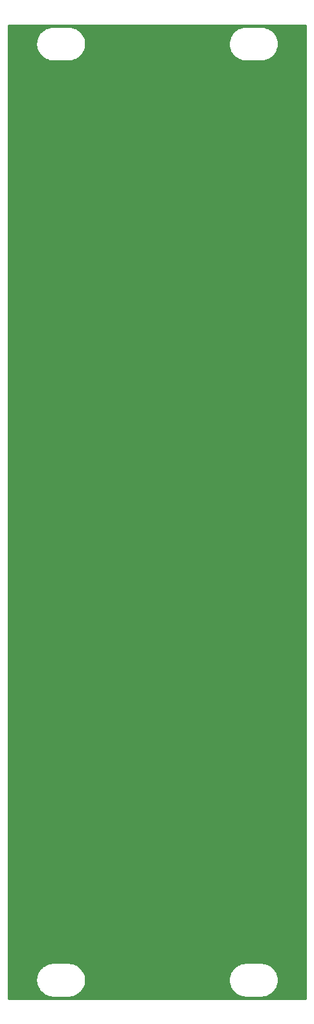
<source format=gbr>
G04 #@! TF.GenerationSoftware,KiCad,Pcbnew,(5.1.5-0)*
G04 #@! TF.CreationDate,2021-01-08T11:54:28-08:00*
G04 #@! TF.ProjectId,dividebyn,64697669-6465-4627-996e-2e6b69636164,rev?*
G04 #@! TF.SameCoordinates,Original*
G04 #@! TF.FileFunction,Copper,L1,Top*
G04 #@! TF.FilePolarity,Positive*
%FSLAX46Y46*%
G04 Gerber Fmt 4.6, Leading zero omitted, Abs format (unit mm)*
G04 Created by KiCad (PCBNEW (5.1.5-0)) date 2021-01-08 11:54:28*
%MOMM*%
%LPD*%
G04 APERTURE LIST*
%ADD10C,3.100000*%
%ADD11C,6.100000*%
%ADD12C,0.254000*%
G04 APERTURE END LIST*
D10*
X20300000Y-129750000D03*
X20300000Y-117750000D03*
X20300000Y-141750000D03*
X20300000Y-153750000D03*
X20300000Y-165750000D03*
X20300000Y-177750000D03*
X20300000Y-189750000D03*
X20300000Y-201750000D03*
X20300000Y-213500000D03*
D11*
X28300000Y-113750000D03*
X12300000Y-113750000D03*
X12300000Y-125750000D03*
X12300000Y-137750000D03*
X12300000Y-149750000D03*
X28300000Y-149750000D03*
X28300000Y-137750000D03*
X28300000Y-125750000D03*
X28300000Y-161750000D03*
X12300000Y-161750000D03*
X12300000Y-173750000D03*
X28300000Y-173750000D03*
X28300000Y-185750000D03*
X12300000Y-185750000D03*
X12300000Y-197500000D03*
X28300000Y-197500000D03*
X12300000Y-209500000D03*
X28300000Y-209500000D03*
D12*
G36*
X39540001Y-227840000D02*
G01*
X660000Y-227840000D01*
X660000Y-225351353D01*
X4242755Y-225351353D01*
X4243173Y-225411171D01*
X4242755Y-225470988D01*
X4243655Y-225480160D01*
X4276296Y-225790715D01*
X4288320Y-225849291D01*
X4299532Y-225908070D01*
X4302196Y-225916892D01*
X4394535Y-226215192D01*
X4417715Y-226270335D01*
X4440124Y-226325800D01*
X4444451Y-226333937D01*
X4592972Y-226608621D01*
X4626417Y-226658205D01*
X4659177Y-226708268D01*
X4665001Y-226715409D01*
X4864047Y-226956013D01*
X4906482Y-226998154D01*
X4948346Y-227040903D01*
X4955446Y-227046777D01*
X5197435Y-227244138D01*
X5247259Y-227277241D01*
X5296615Y-227311036D01*
X5304721Y-227315419D01*
X5580435Y-227462019D01*
X5635704Y-227484799D01*
X5690724Y-227508381D01*
X5699527Y-227511105D01*
X5998465Y-227601359D01*
X6057138Y-227612976D01*
X6115655Y-227625415D01*
X6124820Y-227626378D01*
X6435594Y-227656850D01*
X6435598Y-227656850D01*
X6467581Y-227660000D01*
X8532419Y-227660000D01*
X8565986Y-227656694D01*
X8586744Y-227656694D01*
X8595909Y-227655731D01*
X8906228Y-227620923D01*
X8964731Y-227608487D01*
X9023419Y-227596867D01*
X9032222Y-227594142D01*
X9329870Y-227499723D01*
X9384792Y-227476183D01*
X9440159Y-227453363D01*
X9448265Y-227448979D01*
X9721904Y-227298544D01*
X9771217Y-227264779D01*
X9821088Y-227231645D01*
X9828188Y-227225770D01*
X10067397Y-227025049D01*
X10109241Y-226982320D01*
X10151694Y-226940162D01*
X10157519Y-226933020D01*
X10353185Y-226689660D01*
X10385938Y-226639608D01*
X10419391Y-226590013D01*
X10423714Y-226581881D01*
X10423717Y-226581877D01*
X10423719Y-226581873D01*
X10568388Y-226305146D01*
X10590785Y-226249711D01*
X10613978Y-226194539D01*
X10616641Y-226185717D01*
X10704807Y-225886156D01*
X10716007Y-225827440D01*
X10728045Y-225768798D01*
X10728944Y-225759627D01*
X10757245Y-225448647D01*
X10756827Y-225388829D01*
X10757088Y-225351353D01*
X29442755Y-225351353D01*
X29443173Y-225411171D01*
X29442755Y-225470988D01*
X29443655Y-225480160D01*
X29476296Y-225790715D01*
X29488320Y-225849291D01*
X29499532Y-225908070D01*
X29502196Y-225916892D01*
X29594535Y-226215192D01*
X29617715Y-226270335D01*
X29640124Y-226325800D01*
X29644451Y-226333937D01*
X29792972Y-226608621D01*
X29826417Y-226658205D01*
X29859177Y-226708268D01*
X29865001Y-226715409D01*
X30064047Y-226956013D01*
X30106482Y-226998154D01*
X30148346Y-227040903D01*
X30155446Y-227046777D01*
X30397435Y-227244138D01*
X30447259Y-227277241D01*
X30496615Y-227311036D01*
X30504721Y-227315419D01*
X30780435Y-227462019D01*
X30835704Y-227484799D01*
X30890724Y-227508381D01*
X30899527Y-227511105D01*
X31198465Y-227601359D01*
X31257138Y-227612976D01*
X31315655Y-227625415D01*
X31324820Y-227626378D01*
X31635594Y-227656850D01*
X31635598Y-227656850D01*
X31667581Y-227660000D01*
X33732419Y-227660000D01*
X33765986Y-227656694D01*
X33786744Y-227656694D01*
X33795909Y-227655731D01*
X34106228Y-227620923D01*
X34164731Y-227608487D01*
X34223419Y-227596867D01*
X34232222Y-227594142D01*
X34529870Y-227499723D01*
X34584792Y-227476183D01*
X34640159Y-227453363D01*
X34648265Y-227448979D01*
X34921904Y-227298544D01*
X34971217Y-227264779D01*
X35021088Y-227231645D01*
X35028188Y-227225770D01*
X35267397Y-227025049D01*
X35309241Y-226982320D01*
X35351694Y-226940162D01*
X35357519Y-226933020D01*
X35553185Y-226689660D01*
X35585938Y-226639608D01*
X35619391Y-226590013D01*
X35623714Y-226581881D01*
X35623717Y-226581877D01*
X35623719Y-226581873D01*
X35768388Y-226305146D01*
X35790785Y-226249711D01*
X35813978Y-226194539D01*
X35816641Y-226185717D01*
X35904807Y-225886156D01*
X35916007Y-225827440D01*
X35928045Y-225768798D01*
X35928944Y-225759627D01*
X35957245Y-225448647D01*
X35956827Y-225388829D01*
X35957245Y-225329012D01*
X35956345Y-225319841D01*
X35923704Y-225009285D01*
X35911680Y-224950709D01*
X35900468Y-224891930D01*
X35897804Y-224883108D01*
X35805465Y-224584808D01*
X35782280Y-224529653D01*
X35759876Y-224474200D01*
X35755549Y-224466064D01*
X35755549Y-224466063D01*
X35755546Y-224466059D01*
X35607028Y-224191379D01*
X35573583Y-224141795D01*
X35540823Y-224091732D01*
X35534999Y-224084591D01*
X35335954Y-223843987D01*
X35293535Y-223801863D01*
X35251655Y-223759097D01*
X35244554Y-223753223D01*
X35002565Y-223555862D01*
X34952741Y-223522759D01*
X34903385Y-223488964D01*
X34895279Y-223484581D01*
X34619566Y-223337981D01*
X34564269Y-223315189D01*
X34509275Y-223291619D01*
X34500472Y-223288895D01*
X34201535Y-223198641D01*
X34142862Y-223187024D01*
X34084345Y-223174585D01*
X34075180Y-223173622D01*
X33764405Y-223143150D01*
X33764402Y-223143150D01*
X33732419Y-223140000D01*
X31667581Y-223140000D01*
X31634014Y-223143306D01*
X31613256Y-223143306D01*
X31604091Y-223144269D01*
X31293771Y-223179077D01*
X31235298Y-223191506D01*
X31176581Y-223203132D01*
X31167778Y-223205858D01*
X30870130Y-223300277D01*
X30815147Y-223323843D01*
X30759841Y-223346638D01*
X30751735Y-223351021D01*
X30478095Y-223501456D01*
X30428748Y-223535245D01*
X30378913Y-223568355D01*
X30371812Y-223574229D01*
X30132603Y-223774951D01*
X30090759Y-223817681D01*
X30048305Y-223859839D01*
X30042481Y-223866980D01*
X29846814Y-224110340D01*
X29814055Y-224160400D01*
X29780609Y-224209986D01*
X29776283Y-224218123D01*
X29631612Y-224494854D01*
X29609215Y-224550289D01*
X29586022Y-224605461D01*
X29583359Y-224614283D01*
X29495193Y-224913844D01*
X29483993Y-224972560D01*
X29471955Y-225031202D01*
X29471056Y-225040373D01*
X29442755Y-225351353D01*
X10757088Y-225351353D01*
X10757245Y-225329012D01*
X10756345Y-225319841D01*
X10723704Y-225009285D01*
X10711680Y-224950709D01*
X10700468Y-224891930D01*
X10697804Y-224883108D01*
X10605465Y-224584808D01*
X10582280Y-224529653D01*
X10559876Y-224474200D01*
X10555549Y-224466064D01*
X10555549Y-224466063D01*
X10555546Y-224466059D01*
X10407028Y-224191379D01*
X10373583Y-224141795D01*
X10340823Y-224091732D01*
X10334999Y-224084591D01*
X10135954Y-223843987D01*
X10093535Y-223801863D01*
X10051655Y-223759097D01*
X10044554Y-223753223D01*
X9802565Y-223555862D01*
X9752741Y-223522759D01*
X9703385Y-223488964D01*
X9695279Y-223484581D01*
X9419566Y-223337981D01*
X9364269Y-223315189D01*
X9309275Y-223291619D01*
X9300472Y-223288895D01*
X9001535Y-223198641D01*
X8942862Y-223187024D01*
X8884345Y-223174585D01*
X8875180Y-223173622D01*
X8564405Y-223143150D01*
X8564402Y-223143150D01*
X8532419Y-223140000D01*
X6467581Y-223140000D01*
X6434014Y-223143306D01*
X6413256Y-223143306D01*
X6404091Y-223144269D01*
X6093771Y-223179077D01*
X6035298Y-223191506D01*
X5976581Y-223203132D01*
X5967778Y-223205858D01*
X5670130Y-223300277D01*
X5615147Y-223323843D01*
X5559841Y-223346638D01*
X5551735Y-223351021D01*
X5278095Y-223501456D01*
X5228748Y-223535245D01*
X5178913Y-223568355D01*
X5171812Y-223574229D01*
X4932603Y-223774951D01*
X4890759Y-223817681D01*
X4848305Y-223859839D01*
X4842481Y-223866980D01*
X4646814Y-224110340D01*
X4614055Y-224160400D01*
X4580609Y-224209986D01*
X4576283Y-224218123D01*
X4431612Y-224494854D01*
X4409215Y-224550289D01*
X4386022Y-224605461D01*
X4383359Y-224614283D01*
X4295193Y-224913844D01*
X4283993Y-224972560D01*
X4271955Y-225031202D01*
X4271056Y-225040373D01*
X4242755Y-225351353D01*
X660000Y-225351353D01*
X660000Y-103051353D01*
X4242755Y-103051353D01*
X4243173Y-103111171D01*
X4242755Y-103170988D01*
X4243655Y-103180160D01*
X4276296Y-103490715D01*
X4288320Y-103549291D01*
X4299532Y-103608070D01*
X4302196Y-103616892D01*
X4394535Y-103915192D01*
X4417715Y-103970335D01*
X4440124Y-104025800D01*
X4444451Y-104033937D01*
X4592972Y-104308621D01*
X4626417Y-104358205D01*
X4659177Y-104408268D01*
X4665001Y-104415409D01*
X4864047Y-104656013D01*
X4906482Y-104698154D01*
X4948346Y-104740903D01*
X4955446Y-104746777D01*
X5197435Y-104944138D01*
X5247259Y-104977241D01*
X5296615Y-105011036D01*
X5304721Y-105015419D01*
X5580435Y-105162019D01*
X5635704Y-105184799D01*
X5690724Y-105208381D01*
X5699527Y-105211105D01*
X5998465Y-105301359D01*
X6057138Y-105312976D01*
X6115655Y-105325415D01*
X6124820Y-105326378D01*
X6435594Y-105356850D01*
X6435598Y-105356850D01*
X6467581Y-105360000D01*
X8532419Y-105360000D01*
X8565986Y-105356694D01*
X8586744Y-105356694D01*
X8595909Y-105355731D01*
X8906228Y-105320923D01*
X8964731Y-105308487D01*
X9023419Y-105296867D01*
X9032222Y-105294142D01*
X9329870Y-105199723D01*
X9384792Y-105176183D01*
X9440159Y-105153363D01*
X9448265Y-105148979D01*
X9721904Y-104998544D01*
X9771217Y-104964779D01*
X9821088Y-104931645D01*
X9828188Y-104925770D01*
X10067397Y-104725049D01*
X10109241Y-104682320D01*
X10151694Y-104640162D01*
X10157519Y-104633020D01*
X10353185Y-104389660D01*
X10385938Y-104339608D01*
X10419391Y-104290013D01*
X10423714Y-104281881D01*
X10423717Y-104281877D01*
X10423719Y-104281873D01*
X10568388Y-104005146D01*
X10590785Y-103949711D01*
X10613978Y-103894539D01*
X10616641Y-103885717D01*
X10704807Y-103586156D01*
X10716007Y-103527440D01*
X10728045Y-103468798D01*
X10728944Y-103459627D01*
X10757245Y-103148647D01*
X10756827Y-103088829D01*
X10757088Y-103051353D01*
X29442755Y-103051353D01*
X29443173Y-103111171D01*
X29442755Y-103170988D01*
X29443655Y-103180160D01*
X29476296Y-103490715D01*
X29488320Y-103549291D01*
X29499532Y-103608070D01*
X29502196Y-103616892D01*
X29594535Y-103915192D01*
X29617715Y-103970335D01*
X29640124Y-104025800D01*
X29644451Y-104033937D01*
X29792972Y-104308621D01*
X29826417Y-104358205D01*
X29859177Y-104408268D01*
X29865001Y-104415409D01*
X30064047Y-104656013D01*
X30106482Y-104698154D01*
X30148346Y-104740903D01*
X30155446Y-104746777D01*
X30397435Y-104944138D01*
X30447259Y-104977241D01*
X30496615Y-105011036D01*
X30504721Y-105015419D01*
X30780435Y-105162019D01*
X30835704Y-105184799D01*
X30890724Y-105208381D01*
X30899527Y-105211105D01*
X31198465Y-105301359D01*
X31257138Y-105312976D01*
X31315655Y-105325415D01*
X31324820Y-105326378D01*
X31635594Y-105356850D01*
X31635598Y-105356850D01*
X31667581Y-105360000D01*
X33732419Y-105360000D01*
X33765986Y-105356694D01*
X33786744Y-105356694D01*
X33795909Y-105355731D01*
X34106228Y-105320923D01*
X34164731Y-105308487D01*
X34223419Y-105296867D01*
X34232222Y-105294142D01*
X34529870Y-105199723D01*
X34584792Y-105176183D01*
X34640159Y-105153363D01*
X34648265Y-105148979D01*
X34921904Y-104998544D01*
X34971217Y-104964779D01*
X35021088Y-104931645D01*
X35028188Y-104925770D01*
X35267397Y-104725049D01*
X35309241Y-104682320D01*
X35351694Y-104640162D01*
X35357519Y-104633020D01*
X35553185Y-104389660D01*
X35585938Y-104339608D01*
X35619391Y-104290013D01*
X35623714Y-104281881D01*
X35623717Y-104281877D01*
X35623719Y-104281873D01*
X35768388Y-104005146D01*
X35790785Y-103949711D01*
X35813978Y-103894539D01*
X35816641Y-103885717D01*
X35904807Y-103586156D01*
X35916007Y-103527440D01*
X35928045Y-103468798D01*
X35928944Y-103459627D01*
X35957245Y-103148647D01*
X35956827Y-103088829D01*
X35957245Y-103029012D01*
X35956345Y-103019841D01*
X35923704Y-102709285D01*
X35911680Y-102650709D01*
X35900468Y-102591930D01*
X35897804Y-102583108D01*
X35805465Y-102284808D01*
X35782280Y-102229653D01*
X35759876Y-102174200D01*
X35755549Y-102166064D01*
X35755549Y-102166063D01*
X35755546Y-102166059D01*
X35607028Y-101891379D01*
X35573583Y-101841795D01*
X35540823Y-101791732D01*
X35534999Y-101784591D01*
X35335954Y-101543987D01*
X35293535Y-101501863D01*
X35251655Y-101459097D01*
X35244554Y-101453223D01*
X35002565Y-101255862D01*
X34952741Y-101222759D01*
X34903385Y-101188964D01*
X34895279Y-101184581D01*
X34619566Y-101037981D01*
X34564269Y-101015189D01*
X34509275Y-100991619D01*
X34500472Y-100988895D01*
X34201535Y-100898641D01*
X34142862Y-100887024D01*
X34084345Y-100874585D01*
X34075180Y-100873622D01*
X33764405Y-100843150D01*
X33764402Y-100843150D01*
X33732419Y-100840000D01*
X31667581Y-100840000D01*
X31634014Y-100843306D01*
X31613256Y-100843306D01*
X31604091Y-100844269D01*
X31293771Y-100879077D01*
X31235298Y-100891506D01*
X31176581Y-100903132D01*
X31167778Y-100905858D01*
X30870130Y-101000277D01*
X30815147Y-101023843D01*
X30759841Y-101046638D01*
X30751735Y-101051021D01*
X30478095Y-101201456D01*
X30428748Y-101235245D01*
X30378913Y-101268355D01*
X30371812Y-101274229D01*
X30132603Y-101474951D01*
X30090759Y-101517681D01*
X30048305Y-101559839D01*
X30042481Y-101566980D01*
X29846814Y-101810340D01*
X29814055Y-101860400D01*
X29780609Y-101909986D01*
X29776283Y-101918123D01*
X29631612Y-102194854D01*
X29609215Y-102250289D01*
X29586022Y-102305461D01*
X29583359Y-102314283D01*
X29495193Y-102613844D01*
X29483993Y-102672560D01*
X29471955Y-102731202D01*
X29471056Y-102740373D01*
X29442755Y-103051353D01*
X10757088Y-103051353D01*
X10757245Y-103029012D01*
X10756345Y-103019841D01*
X10723704Y-102709285D01*
X10711680Y-102650709D01*
X10700468Y-102591930D01*
X10697804Y-102583108D01*
X10605465Y-102284808D01*
X10582280Y-102229653D01*
X10559876Y-102174200D01*
X10555549Y-102166064D01*
X10555549Y-102166063D01*
X10555546Y-102166059D01*
X10407028Y-101891379D01*
X10373583Y-101841795D01*
X10340823Y-101791732D01*
X10334999Y-101784591D01*
X10135954Y-101543987D01*
X10093535Y-101501863D01*
X10051655Y-101459097D01*
X10044554Y-101453223D01*
X9802565Y-101255862D01*
X9752741Y-101222759D01*
X9703385Y-101188964D01*
X9695279Y-101184581D01*
X9419566Y-101037981D01*
X9364269Y-101015189D01*
X9309275Y-100991619D01*
X9300472Y-100988895D01*
X9001535Y-100898641D01*
X8942862Y-100887024D01*
X8884345Y-100874585D01*
X8875180Y-100873622D01*
X8564405Y-100843150D01*
X8564402Y-100843150D01*
X8532419Y-100840000D01*
X6467581Y-100840000D01*
X6434014Y-100843306D01*
X6413256Y-100843306D01*
X6404091Y-100844269D01*
X6093771Y-100879077D01*
X6035298Y-100891506D01*
X5976581Y-100903132D01*
X5967778Y-100905858D01*
X5670130Y-101000277D01*
X5615147Y-101023843D01*
X5559841Y-101046638D01*
X5551735Y-101051021D01*
X5278095Y-101201456D01*
X5228748Y-101235245D01*
X5178913Y-101268355D01*
X5171812Y-101274229D01*
X4932603Y-101474951D01*
X4890759Y-101517681D01*
X4848305Y-101559839D01*
X4842481Y-101566980D01*
X4646814Y-101810340D01*
X4614055Y-101860400D01*
X4580609Y-101909986D01*
X4576283Y-101918123D01*
X4431612Y-102194854D01*
X4409215Y-102250289D01*
X4386022Y-102305461D01*
X4383359Y-102314283D01*
X4295193Y-102613844D01*
X4283993Y-102672560D01*
X4271955Y-102731202D01*
X4271056Y-102740373D01*
X4242755Y-103051353D01*
X660000Y-103051353D01*
X660000Y-100660000D01*
X39540000Y-100660000D01*
X39540001Y-227840000D01*
G37*
X39540001Y-227840000D02*
X660000Y-227840000D01*
X660000Y-225351353D01*
X4242755Y-225351353D01*
X4243173Y-225411171D01*
X4242755Y-225470988D01*
X4243655Y-225480160D01*
X4276296Y-225790715D01*
X4288320Y-225849291D01*
X4299532Y-225908070D01*
X4302196Y-225916892D01*
X4394535Y-226215192D01*
X4417715Y-226270335D01*
X4440124Y-226325800D01*
X4444451Y-226333937D01*
X4592972Y-226608621D01*
X4626417Y-226658205D01*
X4659177Y-226708268D01*
X4665001Y-226715409D01*
X4864047Y-226956013D01*
X4906482Y-226998154D01*
X4948346Y-227040903D01*
X4955446Y-227046777D01*
X5197435Y-227244138D01*
X5247259Y-227277241D01*
X5296615Y-227311036D01*
X5304721Y-227315419D01*
X5580435Y-227462019D01*
X5635704Y-227484799D01*
X5690724Y-227508381D01*
X5699527Y-227511105D01*
X5998465Y-227601359D01*
X6057138Y-227612976D01*
X6115655Y-227625415D01*
X6124820Y-227626378D01*
X6435594Y-227656850D01*
X6435598Y-227656850D01*
X6467581Y-227660000D01*
X8532419Y-227660000D01*
X8565986Y-227656694D01*
X8586744Y-227656694D01*
X8595909Y-227655731D01*
X8906228Y-227620923D01*
X8964731Y-227608487D01*
X9023419Y-227596867D01*
X9032222Y-227594142D01*
X9329870Y-227499723D01*
X9384792Y-227476183D01*
X9440159Y-227453363D01*
X9448265Y-227448979D01*
X9721904Y-227298544D01*
X9771217Y-227264779D01*
X9821088Y-227231645D01*
X9828188Y-227225770D01*
X10067397Y-227025049D01*
X10109241Y-226982320D01*
X10151694Y-226940162D01*
X10157519Y-226933020D01*
X10353185Y-226689660D01*
X10385938Y-226639608D01*
X10419391Y-226590013D01*
X10423714Y-226581881D01*
X10423717Y-226581877D01*
X10423719Y-226581873D01*
X10568388Y-226305146D01*
X10590785Y-226249711D01*
X10613978Y-226194539D01*
X10616641Y-226185717D01*
X10704807Y-225886156D01*
X10716007Y-225827440D01*
X10728045Y-225768798D01*
X10728944Y-225759627D01*
X10757245Y-225448647D01*
X10756827Y-225388829D01*
X10757088Y-225351353D01*
X29442755Y-225351353D01*
X29443173Y-225411171D01*
X29442755Y-225470988D01*
X29443655Y-225480160D01*
X29476296Y-225790715D01*
X29488320Y-225849291D01*
X29499532Y-225908070D01*
X29502196Y-225916892D01*
X29594535Y-226215192D01*
X29617715Y-226270335D01*
X29640124Y-226325800D01*
X29644451Y-226333937D01*
X29792972Y-226608621D01*
X29826417Y-226658205D01*
X29859177Y-226708268D01*
X29865001Y-226715409D01*
X30064047Y-226956013D01*
X30106482Y-226998154D01*
X30148346Y-227040903D01*
X30155446Y-227046777D01*
X30397435Y-227244138D01*
X30447259Y-227277241D01*
X30496615Y-227311036D01*
X30504721Y-227315419D01*
X30780435Y-227462019D01*
X30835704Y-227484799D01*
X30890724Y-227508381D01*
X30899527Y-227511105D01*
X31198465Y-227601359D01*
X31257138Y-227612976D01*
X31315655Y-227625415D01*
X31324820Y-227626378D01*
X31635594Y-227656850D01*
X31635598Y-227656850D01*
X31667581Y-227660000D01*
X33732419Y-227660000D01*
X33765986Y-227656694D01*
X33786744Y-227656694D01*
X33795909Y-227655731D01*
X34106228Y-227620923D01*
X34164731Y-227608487D01*
X34223419Y-227596867D01*
X34232222Y-227594142D01*
X34529870Y-227499723D01*
X34584792Y-227476183D01*
X34640159Y-227453363D01*
X34648265Y-227448979D01*
X34921904Y-227298544D01*
X34971217Y-227264779D01*
X35021088Y-227231645D01*
X35028188Y-227225770D01*
X35267397Y-227025049D01*
X35309241Y-226982320D01*
X35351694Y-226940162D01*
X35357519Y-226933020D01*
X35553185Y-226689660D01*
X35585938Y-226639608D01*
X35619391Y-226590013D01*
X35623714Y-226581881D01*
X35623717Y-226581877D01*
X35623719Y-226581873D01*
X35768388Y-226305146D01*
X35790785Y-226249711D01*
X35813978Y-226194539D01*
X35816641Y-226185717D01*
X35904807Y-225886156D01*
X35916007Y-225827440D01*
X35928045Y-225768798D01*
X35928944Y-225759627D01*
X35957245Y-225448647D01*
X35956827Y-225388829D01*
X35957245Y-225329012D01*
X35956345Y-225319841D01*
X35923704Y-225009285D01*
X35911680Y-224950709D01*
X35900468Y-224891930D01*
X35897804Y-224883108D01*
X35805465Y-224584808D01*
X35782280Y-224529653D01*
X35759876Y-224474200D01*
X35755549Y-224466064D01*
X35755549Y-224466063D01*
X35755546Y-224466059D01*
X35607028Y-224191379D01*
X35573583Y-224141795D01*
X35540823Y-224091732D01*
X35534999Y-224084591D01*
X35335954Y-223843987D01*
X35293535Y-223801863D01*
X35251655Y-223759097D01*
X35244554Y-223753223D01*
X35002565Y-223555862D01*
X34952741Y-223522759D01*
X34903385Y-223488964D01*
X34895279Y-223484581D01*
X34619566Y-223337981D01*
X34564269Y-223315189D01*
X34509275Y-223291619D01*
X34500472Y-223288895D01*
X34201535Y-223198641D01*
X34142862Y-223187024D01*
X34084345Y-223174585D01*
X34075180Y-223173622D01*
X33764405Y-223143150D01*
X33764402Y-223143150D01*
X33732419Y-223140000D01*
X31667581Y-223140000D01*
X31634014Y-223143306D01*
X31613256Y-223143306D01*
X31604091Y-223144269D01*
X31293771Y-223179077D01*
X31235298Y-223191506D01*
X31176581Y-223203132D01*
X31167778Y-223205858D01*
X30870130Y-223300277D01*
X30815147Y-223323843D01*
X30759841Y-223346638D01*
X30751735Y-223351021D01*
X30478095Y-223501456D01*
X30428748Y-223535245D01*
X30378913Y-223568355D01*
X30371812Y-223574229D01*
X30132603Y-223774951D01*
X30090759Y-223817681D01*
X30048305Y-223859839D01*
X30042481Y-223866980D01*
X29846814Y-224110340D01*
X29814055Y-224160400D01*
X29780609Y-224209986D01*
X29776283Y-224218123D01*
X29631612Y-224494854D01*
X29609215Y-224550289D01*
X29586022Y-224605461D01*
X29583359Y-224614283D01*
X29495193Y-224913844D01*
X29483993Y-224972560D01*
X29471955Y-225031202D01*
X29471056Y-225040373D01*
X29442755Y-225351353D01*
X10757088Y-225351353D01*
X10757245Y-225329012D01*
X10756345Y-225319841D01*
X10723704Y-225009285D01*
X10711680Y-224950709D01*
X10700468Y-224891930D01*
X10697804Y-224883108D01*
X10605465Y-224584808D01*
X10582280Y-224529653D01*
X10559876Y-224474200D01*
X10555549Y-224466064D01*
X10555549Y-224466063D01*
X10555546Y-224466059D01*
X10407028Y-224191379D01*
X10373583Y-224141795D01*
X10340823Y-224091732D01*
X10334999Y-224084591D01*
X10135954Y-223843987D01*
X10093535Y-223801863D01*
X10051655Y-223759097D01*
X10044554Y-223753223D01*
X9802565Y-223555862D01*
X9752741Y-223522759D01*
X9703385Y-223488964D01*
X9695279Y-223484581D01*
X9419566Y-223337981D01*
X9364269Y-223315189D01*
X9309275Y-223291619D01*
X9300472Y-223288895D01*
X9001535Y-223198641D01*
X8942862Y-223187024D01*
X8884345Y-223174585D01*
X8875180Y-223173622D01*
X8564405Y-223143150D01*
X8564402Y-223143150D01*
X8532419Y-223140000D01*
X6467581Y-223140000D01*
X6434014Y-223143306D01*
X6413256Y-223143306D01*
X6404091Y-223144269D01*
X6093771Y-223179077D01*
X6035298Y-223191506D01*
X5976581Y-223203132D01*
X5967778Y-223205858D01*
X5670130Y-223300277D01*
X5615147Y-223323843D01*
X5559841Y-223346638D01*
X5551735Y-223351021D01*
X5278095Y-223501456D01*
X5228748Y-223535245D01*
X5178913Y-223568355D01*
X5171812Y-223574229D01*
X4932603Y-223774951D01*
X4890759Y-223817681D01*
X4848305Y-223859839D01*
X4842481Y-223866980D01*
X4646814Y-224110340D01*
X4614055Y-224160400D01*
X4580609Y-224209986D01*
X4576283Y-224218123D01*
X4431612Y-224494854D01*
X4409215Y-224550289D01*
X4386022Y-224605461D01*
X4383359Y-224614283D01*
X4295193Y-224913844D01*
X4283993Y-224972560D01*
X4271955Y-225031202D01*
X4271056Y-225040373D01*
X4242755Y-225351353D01*
X660000Y-225351353D01*
X660000Y-103051353D01*
X4242755Y-103051353D01*
X4243173Y-103111171D01*
X4242755Y-103170988D01*
X4243655Y-103180160D01*
X4276296Y-103490715D01*
X4288320Y-103549291D01*
X4299532Y-103608070D01*
X4302196Y-103616892D01*
X4394535Y-103915192D01*
X4417715Y-103970335D01*
X4440124Y-104025800D01*
X4444451Y-104033937D01*
X4592972Y-104308621D01*
X4626417Y-104358205D01*
X4659177Y-104408268D01*
X4665001Y-104415409D01*
X4864047Y-104656013D01*
X4906482Y-104698154D01*
X4948346Y-104740903D01*
X4955446Y-104746777D01*
X5197435Y-104944138D01*
X5247259Y-104977241D01*
X5296615Y-105011036D01*
X5304721Y-105015419D01*
X5580435Y-105162019D01*
X5635704Y-105184799D01*
X5690724Y-105208381D01*
X5699527Y-105211105D01*
X5998465Y-105301359D01*
X6057138Y-105312976D01*
X6115655Y-105325415D01*
X6124820Y-105326378D01*
X6435594Y-105356850D01*
X6435598Y-105356850D01*
X6467581Y-105360000D01*
X8532419Y-105360000D01*
X8565986Y-105356694D01*
X8586744Y-105356694D01*
X8595909Y-105355731D01*
X8906228Y-105320923D01*
X8964731Y-105308487D01*
X9023419Y-105296867D01*
X9032222Y-105294142D01*
X9329870Y-105199723D01*
X9384792Y-105176183D01*
X9440159Y-105153363D01*
X9448265Y-105148979D01*
X9721904Y-104998544D01*
X9771217Y-104964779D01*
X9821088Y-104931645D01*
X9828188Y-104925770D01*
X10067397Y-104725049D01*
X10109241Y-104682320D01*
X10151694Y-104640162D01*
X10157519Y-104633020D01*
X10353185Y-104389660D01*
X10385938Y-104339608D01*
X10419391Y-104290013D01*
X10423714Y-104281881D01*
X10423717Y-104281877D01*
X10423719Y-104281873D01*
X10568388Y-104005146D01*
X10590785Y-103949711D01*
X10613978Y-103894539D01*
X10616641Y-103885717D01*
X10704807Y-103586156D01*
X10716007Y-103527440D01*
X10728045Y-103468798D01*
X10728944Y-103459627D01*
X10757245Y-103148647D01*
X10756827Y-103088829D01*
X10757088Y-103051353D01*
X29442755Y-103051353D01*
X29443173Y-103111171D01*
X29442755Y-103170988D01*
X29443655Y-103180160D01*
X29476296Y-103490715D01*
X29488320Y-103549291D01*
X29499532Y-103608070D01*
X29502196Y-103616892D01*
X29594535Y-103915192D01*
X29617715Y-103970335D01*
X29640124Y-104025800D01*
X29644451Y-104033937D01*
X29792972Y-104308621D01*
X29826417Y-104358205D01*
X29859177Y-104408268D01*
X29865001Y-104415409D01*
X30064047Y-104656013D01*
X30106482Y-104698154D01*
X30148346Y-104740903D01*
X30155446Y-104746777D01*
X30397435Y-104944138D01*
X30447259Y-104977241D01*
X30496615Y-105011036D01*
X30504721Y-105015419D01*
X30780435Y-105162019D01*
X30835704Y-105184799D01*
X30890724Y-105208381D01*
X30899527Y-105211105D01*
X31198465Y-105301359D01*
X31257138Y-105312976D01*
X31315655Y-105325415D01*
X31324820Y-105326378D01*
X31635594Y-105356850D01*
X31635598Y-105356850D01*
X31667581Y-105360000D01*
X33732419Y-105360000D01*
X33765986Y-105356694D01*
X33786744Y-105356694D01*
X33795909Y-105355731D01*
X34106228Y-105320923D01*
X34164731Y-105308487D01*
X34223419Y-105296867D01*
X34232222Y-105294142D01*
X34529870Y-105199723D01*
X34584792Y-105176183D01*
X34640159Y-105153363D01*
X34648265Y-105148979D01*
X34921904Y-104998544D01*
X34971217Y-104964779D01*
X35021088Y-104931645D01*
X35028188Y-104925770D01*
X35267397Y-104725049D01*
X35309241Y-104682320D01*
X35351694Y-104640162D01*
X35357519Y-104633020D01*
X35553185Y-104389660D01*
X35585938Y-104339608D01*
X35619391Y-104290013D01*
X35623714Y-104281881D01*
X35623717Y-104281877D01*
X35623719Y-104281873D01*
X35768388Y-104005146D01*
X35790785Y-103949711D01*
X35813978Y-103894539D01*
X35816641Y-103885717D01*
X35904807Y-103586156D01*
X35916007Y-103527440D01*
X35928045Y-103468798D01*
X35928944Y-103459627D01*
X35957245Y-103148647D01*
X35956827Y-103088829D01*
X35957245Y-103029012D01*
X35956345Y-103019841D01*
X35923704Y-102709285D01*
X35911680Y-102650709D01*
X35900468Y-102591930D01*
X35897804Y-102583108D01*
X35805465Y-102284808D01*
X35782280Y-102229653D01*
X35759876Y-102174200D01*
X35755549Y-102166064D01*
X35755549Y-102166063D01*
X35755546Y-102166059D01*
X35607028Y-101891379D01*
X35573583Y-101841795D01*
X35540823Y-101791732D01*
X35534999Y-101784591D01*
X35335954Y-101543987D01*
X35293535Y-101501863D01*
X35251655Y-101459097D01*
X35244554Y-101453223D01*
X35002565Y-101255862D01*
X34952741Y-101222759D01*
X34903385Y-101188964D01*
X34895279Y-101184581D01*
X34619566Y-101037981D01*
X34564269Y-101015189D01*
X34509275Y-100991619D01*
X34500472Y-100988895D01*
X34201535Y-100898641D01*
X34142862Y-100887024D01*
X34084345Y-100874585D01*
X34075180Y-100873622D01*
X33764405Y-100843150D01*
X33764402Y-100843150D01*
X33732419Y-100840000D01*
X31667581Y-100840000D01*
X31634014Y-100843306D01*
X31613256Y-100843306D01*
X31604091Y-100844269D01*
X31293771Y-100879077D01*
X31235298Y-100891506D01*
X31176581Y-100903132D01*
X31167778Y-100905858D01*
X30870130Y-101000277D01*
X30815147Y-101023843D01*
X30759841Y-101046638D01*
X30751735Y-101051021D01*
X30478095Y-101201456D01*
X30428748Y-101235245D01*
X30378913Y-101268355D01*
X30371812Y-101274229D01*
X30132603Y-101474951D01*
X30090759Y-101517681D01*
X30048305Y-101559839D01*
X30042481Y-101566980D01*
X29846814Y-101810340D01*
X29814055Y-101860400D01*
X29780609Y-101909986D01*
X29776283Y-101918123D01*
X29631612Y-102194854D01*
X29609215Y-102250289D01*
X29586022Y-102305461D01*
X29583359Y-102314283D01*
X29495193Y-102613844D01*
X29483993Y-102672560D01*
X29471955Y-102731202D01*
X29471056Y-102740373D01*
X29442755Y-103051353D01*
X10757088Y-103051353D01*
X10757245Y-103029012D01*
X10756345Y-103019841D01*
X10723704Y-102709285D01*
X10711680Y-102650709D01*
X10700468Y-102591930D01*
X10697804Y-102583108D01*
X10605465Y-102284808D01*
X10582280Y-102229653D01*
X10559876Y-102174200D01*
X10555549Y-102166064D01*
X10555549Y-102166063D01*
X10555546Y-102166059D01*
X10407028Y-101891379D01*
X10373583Y-101841795D01*
X10340823Y-101791732D01*
X10334999Y-101784591D01*
X10135954Y-101543987D01*
X10093535Y-101501863D01*
X10051655Y-101459097D01*
X10044554Y-101453223D01*
X9802565Y-101255862D01*
X9752741Y-101222759D01*
X9703385Y-101188964D01*
X9695279Y-101184581D01*
X9419566Y-101037981D01*
X9364269Y-101015189D01*
X9309275Y-100991619D01*
X9300472Y-100988895D01*
X9001535Y-100898641D01*
X8942862Y-100887024D01*
X8884345Y-100874585D01*
X8875180Y-100873622D01*
X8564405Y-100843150D01*
X8564402Y-100843150D01*
X8532419Y-100840000D01*
X6467581Y-100840000D01*
X6434014Y-100843306D01*
X6413256Y-100843306D01*
X6404091Y-100844269D01*
X6093771Y-100879077D01*
X6035298Y-100891506D01*
X5976581Y-100903132D01*
X5967778Y-100905858D01*
X5670130Y-101000277D01*
X5615147Y-101023843D01*
X5559841Y-101046638D01*
X5551735Y-101051021D01*
X5278095Y-101201456D01*
X5228748Y-101235245D01*
X5178913Y-101268355D01*
X5171812Y-101274229D01*
X4932603Y-101474951D01*
X4890759Y-101517681D01*
X4848305Y-101559839D01*
X4842481Y-101566980D01*
X4646814Y-101810340D01*
X4614055Y-101860400D01*
X4580609Y-101909986D01*
X4576283Y-101918123D01*
X4431612Y-102194854D01*
X4409215Y-102250289D01*
X4386022Y-102305461D01*
X4383359Y-102314283D01*
X4295193Y-102613844D01*
X4283993Y-102672560D01*
X4271955Y-102731202D01*
X4271056Y-102740373D01*
X4242755Y-103051353D01*
X660000Y-103051353D01*
X660000Y-100660000D01*
X39540000Y-100660000D01*
X39540001Y-227840000D01*
M02*

</source>
